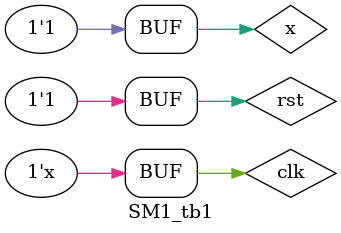
<source format=v>
`timescale 1ns / 1ps


module SM1_tb1();
reg clk, rst, x;
wire y;

SM1 U1 (clk, rst, x, y, state);

initial begin
    clk <= 0;
    rst <= 1;
    x <= 0;
    #10 rst <= 0;
    #10 rst <= 1;
    #20 x <= 1;
end

always begin
    #5 clk = ~clk;
end

endmodule

</source>
